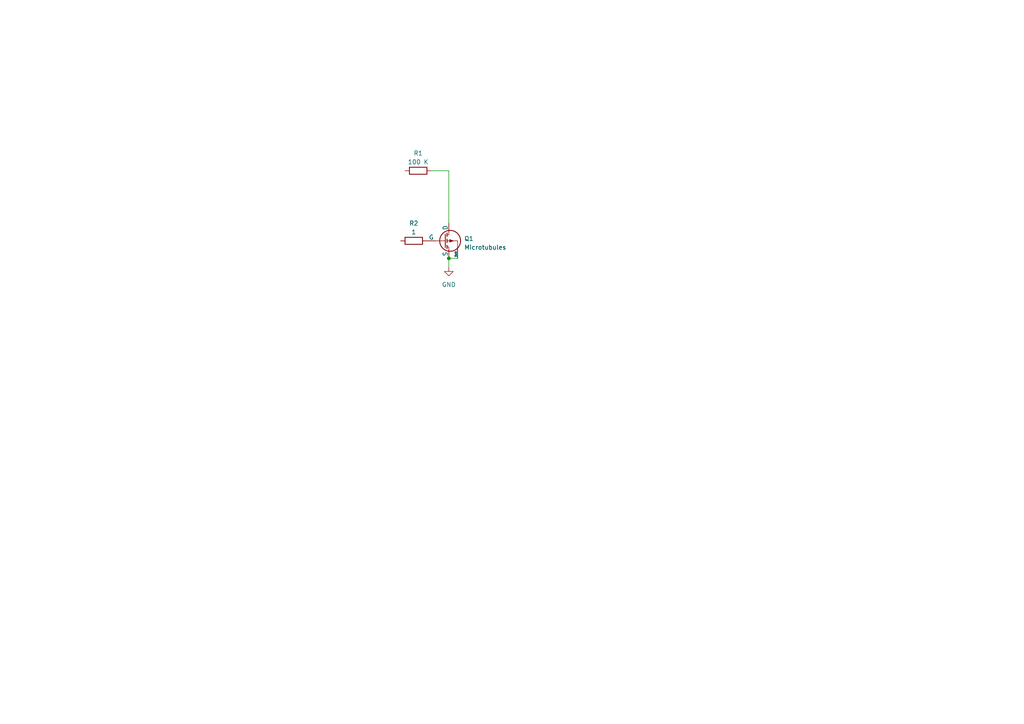
<source format=kicad_sch>
(kicad_sch (version 20230121) (generator eeschema)
  (paper "A4")
  (lib_symbols
    (symbol "Device:R" (pin_numbers hide) (pin_names (offset 0))
      (property "Reference" "R" (at 2.032 0 90))
      (property "Value" "R" (at 0 0 90))
      (symbol "R_0_1"
        (rectangle (start -1.016 -2.54) (end 1.016 2.54) (stroke (width 0.254)))
      )
      (symbol "R_1_1"
        (pin passive line (at 0 3.81 270) (length 1.27) (name "~") (number "1"))
        (pin passive line (at 0 -3.81 90) (length 1.27) (name "~") (number "2"))
      )
    )
    (symbol "Simulation_SPICE:PMOS_Substrate" (pin_numbers hide) (pin_names (offset 0))
      (property "Reference" "Q" (at 6.35 1.27 0))
      (property "Value" "PMOS_Substrate" (at 6.35 -1.27 0))
      (symbol "PMOS_Substrate_0_1"
        (polyline (pts (xy 1.524 0) (xy -1.27 0)))
        (polyline (pts (xy 1.524 1.905) (xy 1.524 -1.905)) (stroke (width 0.254)))
        (polyline (pts (xy 2.032 -1.27) (xy 2.032 -2.286)) (stroke (width 0.254)))
        (polyline (pts (xy 2.032 0.508) (xy 2.032 -0.508)) (stroke (width 0.254)))
        (polyline (pts (xy 2.032 2.286) (xy 2.032 1.27)) (stroke (width 0.254)))
        (polyline (pts (xy 2.032 1.778) (xy 2.54 1.778) (xy 2.54 2.54)))
        (polyline (pts (xy 2.54 -2.54) (xy 2.54 -1.778) (xy 2.032 -1.778)))
        (polyline (pts (xy 5.08 -2.54) (xy 5.08 0) (xy 2.032 0)))
        (polyline (pts (xy 3.81 0) (xy 2.794 0.381) (xy 2.794 -0.381) (xy 3.81 0)) (fill (type outline)))
        (circle (center 2.921 0) (radius 3.0294) (stroke (width 0.254)))
      )
      (symbol "PMOS_Substrate_1_1"
        (pin passive line (at 2.54 5.08 270) (length 2.54) (name "D") (number "1"))
        (pin input line (at -3.81 0 0) (length 2.54) (name "G") (number "2"))
        (pin passive line (at 2.54 -5.08 90) (length 2.54) (name "S") (number "3"))
        (pin input line (at 5.08 -5.08 90) (length 2.54) (name "Bulk") (number "4"))
      )
    )
    (symbol "power:GND" (power) (pin_names (offset 0))
      (property "Value" "GND" (at 0 -3.81 0))
      (symbol "GND_0_1"
        (polyline (pts (xy 0 0) (xy 0 -1.27) (xy 1.27 -1.27) (xy 0 -2.54) (xy -1.27 -1.27) (xy 0 -1.27)))
      )
      (symbol "GND_1_1"
        (pin power_in line (at 0 0 270) (length 0) hide (name "GND") (number "1"))
      )
    )
  )
  (junction (at 130.175 74.93))
  (wire (pts (xy 130.175 74.93) (xy 130.175 77.47)))
  (wire (pts (xy 130.175 49.53) (xy 130.175 64.77)))
  (wire (pts (xy 130.175 74.93) (xy 132.715 74.93)))
  (wire (pts (xy 125.095 49.53) (xy 130.175 49.53)))
  (symbol (lib_id "Simulation_SPICE:PMOS_Substrate") (at 127.635 69.85 0) (unit 1)
    (property "Reference" "Q1" (at 134.62 69.215 0) (effects (justify left)))
    (property "Value" "Microtubules" (at 134.62 71.755 0) (effects (justify left)))
    (property "Datasheet" "https://ngspice.sourceforge.io/docs/ngspice-manual.pdf" (effects hide))
    (property "Sim.Device" "PMOS" (effects hide))
    (property "Sim.Type" "MOS1" (effects hide))
    (property "Sim.Pins" "1=D 2=G 3=S 4=B" (effects hide))
  )
  (symbol (lib_id "power:GND") (at 130.175 77.47 0) (unit 1)
    (property "Reference" "#PWR01" (effects hide))
    (property "Value" "GND" (at 130.175 82.55 0))
  )
  (symbol (lib_id "Device:R") (at 120.015 69.85 90) (unit 1)
    (property "Reference" "R2" (at 120.015 64.77 90))
    (property "Value" "1" (at 120.015 67.31 90))
  )
  (symbol (lib_id "Device:R") (at 121.285 49.53 90) (unit 1)
    (property "Reference" "R1" (at 121.285 44.45 90))
    (property "Value" "100 K" (at 121.285 46.99 90))
  )
)
</source>
